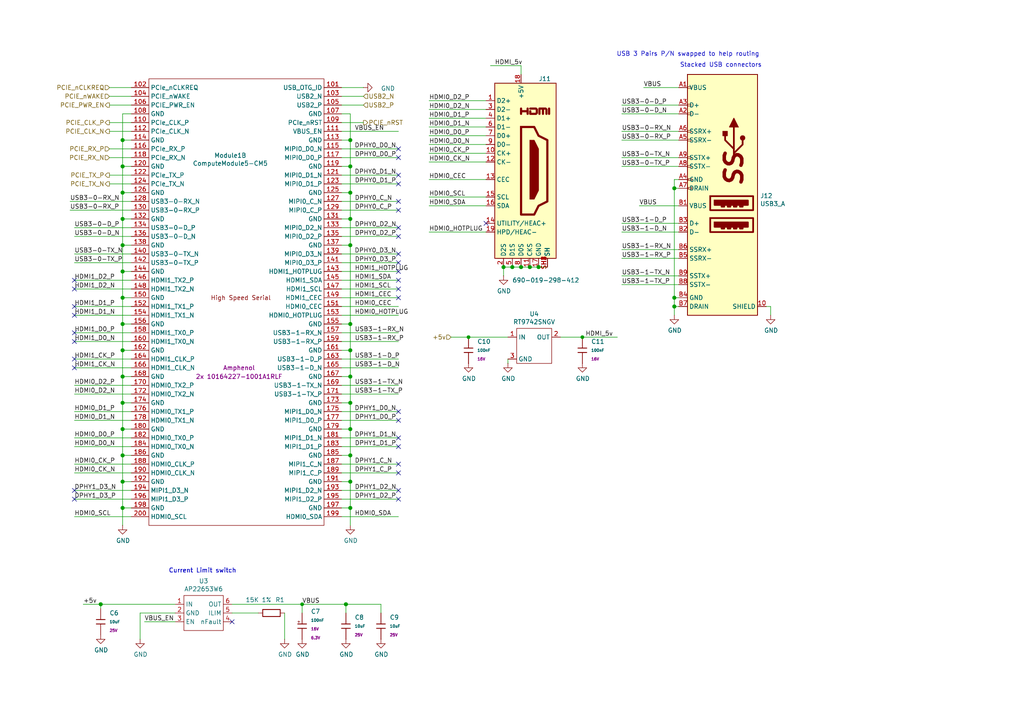
<source format=kicad_sch>
(kicad_sch (version 20250114) (generator "eeschema") (generator_version "9.0")
  (paper "A4")
  (title_block (title "CM5 - Highspeed") (rev "1") (company "Maxwell Stoughton") (comment 1 "mstoughton.org"))
  (text "USB 3 Pairs P/N swapped to help routing" (at 178.816 16.51 0) (effects (font (size 1.27 1.27)) (justify left bottom)))
  (text "Current Limit switch" (at 68.58 166.37 0) (effects (font (size 1.27 1.27)) (justify right bottom)))
  (text "Stacked USB connectors" (at 220.98 19.685 0) (effects (font (size 1.27 1.27)) (justify right bottom)))
  (text "Current Limit switch" (at 68.58 166.37 0) (effects (font (size 1.27 1.27)) (justify right bottom)))
  (junction (at 35.56 147.32) (diameter 1.016))
  (junction (at 35.56 132.08) (diameter 1.016))
  (junction (at 135.89 97.79))
  (junction (at 101.6 132.08) (diameter 1.016))
  (junction (at 35.56 71.12) (diameter 1.016))
  (junction (at 101.6 55.88) (diameter 1.016))
  (junction (at 100.33 175.26) (diameter 1.016))
  (junction (at 195.58 54.61) (diameter 1.016))
  (junction (at 153.67 77.47) (diameter 1.016))
  (junction (at 101.6 147.32) (diameter 1.016))
  (junction (at 35.56 40.64) (diameter 1.016))
  (junction (at 101.6 40.64) (diameter 1.016))
  (junction (at 35.56 55.88) (diameter 1.016))
  (junction (at 101.6 101.6) (diameter 1.016))
  (junction (at 101.6 124.46) (diameter 1.016))
  (junction (at 156.21 77.47) (diameter 1.016))
  (junction (at 35.56 78.74) (diameter 1.016))
  (junction (at 101.6 116.84) (diameter 1.016))
  (junction (at 35.56 48.26) (diameter 1.016))
  (junction (at 101.6 63.5) (diameter 1.016))
  (junction (at 146.05 77.47) (diameter 1.016))
  (junction (at 29.21 175.26) (diameter 1.016))
  (junction (at 101.6 48.26) (diameter 1.016))
  (junction (at 35.56 139.7) (diameter 1.016))
  (junction (at 101.6 139.7) (diameter 1.016))
  (junction (at 101.6 93.98) (diameter 1.016))
  (junction (at 35.56 101.6) (diameter 1.016))
  (junction (at 148.59 77.47) (diameter 1.016))
  (junction (at 195.58 86.36) (diameter 1.016))
  (junction (at 35.56 116.84) (diameter 1.016))
  (junction (at 35.56 86.36) (diameter 1.016))
  (junction (at 101.6 71.12) (diameter 1.016))
  (junction (at 101.6 109.22) (diameter 1.016))
  (junction (at 35.56 63.5) (diameter 1.016))
  (junction (at 151.13 77.47) (diameter 1.016))
  (junction (at 87.63 175.26))
  (junction (at 35.56 93.98) (diameter 1.016))
  (junction (at 195.58 88.9) (diameter 1.016))
  (junction (at 168.91 97.79))
  (junction (at 35.56 124.46) (diameter 1.016))
  (junction (at 35.56 109.22) (diameter 1.016))
  (no_connect (at 115.57 50.8))
  (no_connect (at 115.57 83.82))
  (no_connect (at 21.59 144.78))
  (no_connect (at 21.59 104.14))
  (no_connect (at 115.57 68.58))
  (no_connect (at 67.31 180.34))
  (no_connect (at 21.59 106.68))
  (no_connect (at 115.57 144.78))
  (no_connect (at 115.57 78.74))
  (no_connect (at 140.97 64.77))
  (no_connect (at 115.57 121.92))
  (no_connect (at 115.57 81.28))
  (no_connect (at 21.59 96.52))
  (no_connect (at 115.57 76.2))
  (no_connect (at 115.57 66.04))
  (no_connect (at 115.57 137.16))
  (no_connect (at 115.57 45.72))
  (no_connect (at 21.59 88.9))
  (no_connect (at 115.57 127))
  (no_connect (at 115.57 58.42))
  (no_connect (at 115.57 86.36))
  (no_connect (at 21.59 142.24))
  (no_connect (at 21.59 99.06))
  (no_connect (at 115.57 129.54))
  (no_connect (at 115.57 119.38))
  (no_connect (at 21.59 91.44))
  (no_connect (at 21.59 81.28))
  (no_connect (at 115.57 43.18))
  (no_connect (at 21.59 83.82))
  (no_connect (at 115.57 53.34))
  (no_connect (at 115.57 60.96))
  (no_connect (at 115.57 142.24))
  (no_connect (at 115.57 73.66))
  (no_connect (at 115.57 134.62))
  (wire (pts (xy 180.34 67.31) (xy 196.85 67.31)))
  (wire (pts (xy 99.06 144.78) (xy 115.57 144.78)))
  (wire (pts (xy 21.59 111.76) (xy 38.1 111.76)))
  (wire (pts (xy 21.59 142.24) (xy 38.1 142.24)))
  (wire (pts (xy 148.59 77.47) (xy 151.13 77.47)))
  (wire (pts (xy 105.41 25.4) (xy 99.06 25.4)))
  (wire (pts (xy 24.13 175.26) (xy 29.21 175.26)))
  (wire (pts (xy 99.06 38.1) (xy 115.57 38.1)))
  (wire (pts (xy 35.56 63.5) (xy 35.56 71.12)))
  (wire (pts (xy 35.56 139.7) (xy 35.56 147.32)))
  (wire (pts (xy 196.85 52.07) (xy 195.58 52.07)))
  (wire (pts (xy 67.31 177.8) (xy 74.93 177.8)))
  (wire (pts (xy 35.56 33.02) (xy 35.56 40.64)))
  (wire (pts (xy 35.56 86.36) (xy 35.56 93.98)))
  (wire (pts (xy 124.46 67.31) (xy 140.97 67.31)))
  (wire (pts (xy 21.59 119.38) (xy 38.1 119.38)))
  (wire (pts (xy 35.56 71.12) (xy 35.56 78.74)))
  (wire (pts (xy 35.56 101.6) (xy 35.56 109.22)))
  (wire (pts (xy 101.6 48.26) (xy 101.6 40.64)))
  (wire (pts (xy 99.06 30.48) (xy 105.41 30.48)))
  (wire (pts (xy 35.56 86.36) (xy 38.1 86.36)))
  (wire (pts (xy 35.56 109.22) (xy 35.56 116.84)))
  (wire (pts (xy 35.56 48.26) (xy 35.56 55.88)))
  (wire (pts (xy 35.56 132.08) (xy 38.1 132.08)))
  (wire (pts (xy 101.6 71.12) (xy 101.6 63.5)))
  (wire (pts (xy 130.81 97.79) (xy 135.89 97.79)))
  (wire (pts (xy 124.46 52.07) (xy 140.97 52.07)))
  (wire (pts (xy 99.06 119.38) (xy 115.57 119.38)))
  (wire (pts (xy 153.67 77.47) (xy 156.21 77.47)))
  (wire (pts (xy 31.75 38.1) (xy 38.1 38.1)))
  (wire (pts (xy 35.56 109.22) (xy 38.1 109.22)))
  (wire (pts (xy 38.1 147.32) (xy 35.56 147.32)))
  (wire (pts (xy 99.06 101.6) (xy 101.6 101.6)))
  (wire (pts (xy 35.56 55.88) (xy 35.56 63.5)))
  (wire (pts (xy 21.59 114.3) (xy 38.1 114.3)))
  (wire (pts (xy 124.46 59.69) (xy 140.97 59.69)))
  (wire (pts (xy 31.75 27.94) (xy 38.1 27.94)))
  (wire (pts (xy 180.34 48.26) (xy 196.85 48.26)))
  (wire (pts (xy 99.06 40.64) (xy 101.6 40.64)))
  (wire (pts (xy 21.59 73.66) (xy 38.1 73.66)))
  (wire (pts (xy 21.59 127) (xy 38.1 127)))
  (wire (pts (xy 21.59 66.04) (xy 38.1 66.04)))
  (wire (pts (xy 101.6 124.46) (xy 101.6 132.08)))
  (wire (pts (xy 40.64 177.8) (xy 40.64 185.42)))
  (wire (pts (xy 99.06 149.86) (xy 115.57 149.86)))
  (wire (pts (xy 180.34 74.93) (xy 196.85 74.93)))
  (wire (pts (xy 41.91 180.34) (xy 50.8 180.34)))
  (wire (pts (xy 196.85 54.61) (xy 195.58 54.61)))
  (wire (pts (xy 124.46 41.91) (xy 140.97 41.91)))
  (wire (pts (xy 101.6 116.84) (xy 101.6 124.46)))
  (wire (pts (xy 99.06 86.36) (xy 115.57 86.36)))
  (wire (pts (xy 21.59 129.54) (xy 38.1 129.54)))
  (wire (pts (xy 99.06 78.74) (xy 115.57 78.74)))
  (wire (pts (xy 21.59 76.2) (xy 38.1 76.2)))
  (wire (pts (xy 101.6 147.32) (xy 101.6 152.4)))
  (wire (pts (xy 99.06 50.8) (xy 115.57 50.8)))
  (wire (pts (xy 100.33 177.8) (xy 100.33 175.26)))
  (wire (pts (xy 38.1 43.18) (xy 31.75 43.18)))
  (wire (pts (xy 99.06 76.2) (xy 115.57 76.2)))
  (wire (pts (xy 162.56 97.79) (xy 168.91 97.79)))
  (wire (pts (xy 31.75 30.48) (xy 38.1 30.48)))
  (wire (pts (xy 99.06 132.08) (xy 101.6 132.08)))
  (wire (pts (xy 146.05 77.47) (xy 146.05 80.01)))
  (wire (pts (xy 31.75 53.34) (xy 38.1 53.34)))
  (wire (pts (xy 124.46 39.37) (xy 140.97 39.37)))
  (wire (pts (xy 99.06 88.9) (xy 115.57 88.9)))
  (wire (pts (xy 82.55 177.8) (xy 82.55 185.42)))
  (wire (pts (xy 147.32 104.14) (xy 147.32 105.41)))
  (wire (pts (xy 168.91 97.79) (xy 179.07 97.79)))
  (wire (pts (xy 50.8 177.8) (xy 40.64 177.8)))
  (wire (pts (xy 180.34 33.02) (xy 196.85 33.02)))
  (wire (pts (xy 35.56 63.5) (xy 38.1 63.5)))
  (wire (pts (xy 180.34 40.64) (xy 196.85 40.64)))
  (wire (pts (xy 99.06 48.26) (xy 101.6 48.26)))
  (wire (pts (xy 180.34 72.39) (xy 196.85 72.39)))
  (wire (pts (xy 21.59 99.06) (xy 38.1 99.06)))
  (wire (pts (xy 38.1 45.72) (xy 31.75 45.72)))
  (wire (pts (xy 101.6 93.98) (xy 101.6 101.6)))
  (wire (pts (xy 35.56 116.84) (xy 35.56 124.46)))
  (wire (pts (xy 185.42 59.69) (xy 196.85 59.69)))
  (wire (pts (xy 21.59 83.82) (xy 38.1 83.82)))
  (wire (pts (xy 35.56 40.64) (xy 38.1 40.64)))
  (wire (pts (xy 38.1 139.7) (xy 35.56 139.7)))
  (wire (pts (xy 180.34 38.1) (xy 196.85 38.1)))
  (wire (pts (xy 99.06 73.66) (xy 115.57 73.66)))
  (wire (pts (xy 67.31 175.26) (xy 87.63 175.26)))
  (wire (pts (xy 99.06 45.72) (xy 115.57 45.72)))
  (wire (pts (xy 87.63 175.26) (xy 100.33 175.26)))
  (wire (pts (xy 21.59 134.62) (xy 38.1 134.62)))
  (wire (pts (xy 29.21 175.26) (xy 50.8 175.26)))
  (wire (pts (xy 124.46 36.83) (xy 140.97 36.83)))
  (wire (pts (xy 151.13 77.47) (xy 153.67 77.47)))
  (wire (pts (xy 35.56 124.46) (xy 38.1 124.46)))
  (wire (pts (xy 99.06 68.58) (xy 115.57 68.58)))
  (wire (pts (xy 99.06 55.88) (xy 101.6 55.88)))
  (wire (pts (xy 99.06 58.42) (xy 115.57 58.42)))
  (wire (pts (xy 99.06 116.84) (xy 101.6 116.84)))
  (wire (pts (xy 195.58 88.9) (xy 195.58 91.44)))
  (wire (pts (xy 99.06 93.98) (xy 101.6 93.98)))
  (wire (pts (xy 31.75 35.56) (xy 38.1 35.56)))
  (wire (pts (xy 101.6 139.7) (xy 101.6 147.32)))
  (wire (pts (xy 101.6 55.88) (xy 101.6 48.26)))
  (wire (pts (xy 31.75 25.4) (xy 38.1 25.4)))
  (wire (pts (xy 180.34 80.01) (xy 196.85 80.01)))
  (wire (pts (xy 99.06 134.62) (xy 115.57 134.62)))
  (wire (pts (xy 99.06 91.44) (xy 115.57 91.44)))
  (wire (pts (xy 31.75 50.8) (xy 38.1 50.8)))
  (wire (pts (xy 99.06 66.04) (xy 115.57 66.04)))
  (wire (pts (xy 124.46 29.21) (xy 140.97 29.21)))
  (wire (pts (xy 21.59 88.9) (xy 38.1 88.9)))
  (wire (pts (xy 101.6 109.22) (xy 101.6 116.84)))
  (wire (pts (xy 222.25 88.9) (xy 223.52 88.9)))
  (wire (pts (xy 196.85 86.36) (xy 195.58 86.36)))
  (wire (pts (xy 99.06 43.18) (xy 115.57 43.18)))
  (wire (pts (xy 38.1 106.68) (xy 21.59 106.68)))
  (wire (pts (xy 35.56 93.98) (xy 38.1 93.98)))
  (wire (pts (xy 35.56 116.84) (xy 38.1 116.84)))
  (wire (pts (xy 99.06 63.5) (xy 101.6 63.5)))
  (wire (pts (xy 38.1 33.02) (xy 35.56 33.02)))
  (wire (pts (xy 21.59 144.78) (xy 38.1 144.78)))
  (wire (pts (xy 99.06 142.24) (xy 115.57 142.24)))
  (wire (pts (xy 151.13 19.05) (xy 151.13 21.59)))
  (wire (pts (xy 100.33 175.26) (xy 110.49 175.26)))
  (wire (pts (xy 35.56 71.12) (xy 38.1 71.12)))
  (wire (pts (xy 35.56 124.46) (xy 35.56 132.08)))
  (wire (pts (xy 99.06 60.96) (xy 115.57 60.96)))
  (wire (pts (xy 99.06 127) (xy 115.57 127)))
  (wire (pts (xy 180.34 30.48) (xy 196.85 30.48)))
  (wire (pts (xy 87.63 175.26) (xy 87.63 177.8)))
  (wire (pts (xy 35.56 101.6) (xy 38.1 101.6)))
  (wire (pts (xy 195.58 86.36) (xy 195.58 88.9)))
  (wire (pts (xy 20.32 60.96) (xy 38.1 60.96)))
  (wire (pts (xy 156.21 77.47) (xy 158.75 77.47)))
  (wire (pts (xy 180.34 45.72) (xy 196.85 45.72)))
  (wire (pts (xy 99.06 124.46) (xy 101.6 124.46)))
  (wire (pts (xy 35.56 55.88) (xy 38.1 55.88)))
  (wire (pts (xy 99.06 96.52) (xy 115.57 96.52)))
  (wire (pts (xy 115.57 99.06) (xy 99.06 99.06)))
  (wire (pts (xy 21.59 96.52) (xy 38.1 96.52)))
  (wire (pts (xy 21.59 149.86) (xy 38.1 149.86)))
  (wire (pts (xy 99.06 109.22) (xy 101.6 109.22)))
  (wire (pts (xy 124.46 44.45) (xy 140.97 44.45)))
  (wire (pts (xy 99.06 81.28) (xy 115.57 81.28)))
  (wire (pts (xy 99.06 53.34) (xy 115.57 53.34)))
  (wire (pts (xy 146.05 77.47) (xy 148.59 77.47)))
  (wire (pts (xy 21.59 91.44) (xy 38.1 91.44)))
  (wire (pts (xy 142.24 19.05) (xy 151.13 19.05)))
  (wire (pts (xy 35.56 132.08) (xy 35.56 139.7)))
  (wire (pts (xy 99.06 129.54) (xy 115.57 129.54)))
  (wire (pts (xy 99.06 27.94) (xy 105.41 27.94)))
  (wire (pts (xy 20.32 58.42) (xy 38.1 58.42)))
  (wire (pts (xy 101.6 40.64) (xy 101.6 33.02)))
  (wire (pts (xy 196.85 88.9) (xy 195.58 88.9)))
  (wire (pts (xy 195.58 52.07) (xy 195.58 54.61)))
  (wire (pts (xy 101.6 63.5) (xy 101.6 55.88)))
  (wire (pts (xy 99.06 104.14) (xy 115.57 104.14)))
  (wire (pts (xy 21.59 104.14) (xy 38.1 104.14)))
  (wire (pts (xy 124.46 57.15) (xy 140.97 57.15)))
  (wire (pts (xy 99.06 106.68) (xy 115.57 106.68)))
  (wire (pts (xy 35.56 78.74) (xy 38.1 78.74)))
  (wire (pts (xy 101.6 132.08) (xy 101.6 139.7)))
  (wire (pts (xy 35.56 48.26) (xy 38.1 48.26)))
  (wire (pts (xy 99.06 35.56) (xy 105.41 35.56)))
  (wire (pts (xy 99.06 121.92) (xy 115.57 121.92)))
  (wire (pts (xy 101.6 71.12) (xy 101.6 93.98)))
  (wire (pts (xy 35.56 93.98) (xy 35.56 101.6)))
  (wire (pts (xy 99.06 71.12) (xy 101.6 71.12)))
  (wire (pts (xy 21.59 68.58) (xy 38.1 68.58)))
  (wire (pts (xy 99.06 114.3) (xy 115.57 114.3)))
  (wire (pts (xy 29.21 176.53) (xy 29.21 175.26)))
  (wire (pts (xy 186.69 25.4) (xy 196.85 25.4)))
  (wire (pts (xy 101.6 33.02) (xy 99.06 33.02)))
  (wire (pts (xy 21.59 81.28) (xy 38.1 81.28)))
  (wire (pts (xy 101.6 101.6) (xy 101.6 109.22)))
  (wire (pts (xy 21.59 121.92) (xy 38.1 121.92)))
  (wire (pts (xy 99.06 83.82) (xy 115.57 83.82)))
  (wire (pts (xy 35.56 78.74) (xy 35.56 86.36)))
  (wire (pts (xy 35.56 147.32) (xy 35.56 152.4)))
  (wire (pts (xy 99.06 147.32) (xy 101.6 147.32)))
  (wire (pts (xy 110.49 175.26) (xy 110.49 177.8)))
  (wire (pts (xy 35.56 40.64) (xy 35.56 48.26)))
  (wire (pts (xy 99.06 139.7) (xy 101.6 139.7)))
  (wire (pts (xy 124.46 31.75) (xy 140.97 31.75)))
  (wire (pts (xy 180.34 64.77) (xy 196.85 64.77)))
  (wire (pts (xy 223.52 88.9) (xy 223.52 91.44)))
  (wire (pts (xy 135.89 97.79) (xy 147.32 97.79)))
  (wire (pts (xy 21.59 137.16) (xy 38.1 137.16)))
  (wire (pts (xy 124.46 34.29) (xy 140.97 34.29)))
  (wire (pts (xy 124.46 46.99) (xy 140.97 46.99)))
  (wire (pts (xy 180.34 82.55) (xy 196.85 82.55)))
  (wire (pts (xy 195.58 54.61) (xy 195.58 86.36)))
  (wire (pts (xy 99.06 137.16) (xy 115.57 137.16)))
  (wire (pts (xy 99.06 111.76) (xy 115.57 111.76)))
  (label "HDMI0_D1_N" (at 21.59 121.92 0))
  (label "DPHY1_D3_P" (at 21.59 144.78 0))
  (label "DPHY0_D1_P" (at 114.935 53.34 180))
  (label "USB3-0-TX_N" (at 180.34 45.72 0))
  (label "HDMI1_CEC" (at 102.87 86.36 0))
  (label "HDMI0_CK_N" (at 124.46 46.99 0))
  (label "USB3-1-D_N" (at 102.87 106.68 0))
  (label "USB3-1-D_N" (at 180.34 67.31 0))
  (label "VBUS_EN" (at 102.87 38.1 0))
  (label "HDMI0_D2_N" (at 124.46 31.75 0))
  (label "HDMI0_D1_N" (at 124.46 36.83 0))
  (label "DPHY0_D0_P" (at 114.935 45.72 180))
  (label "HDMI0_D0_P" (at 124.46 39.37 0))
  (label "DPHY1_C_N" (at 102.87 134.62 0))
  (label "USB3-0-RX_P" (at 180.34 40.64 0))
  (label "HDMI1_D1_P" (at 21.59 88.9 0))
  (label "USB3-0-D_N" (at 21.59 68.58 0))
  (label "HDMI0_D2_P" (at 21.59 111.76 0))
  (label "USB3-0-RX_N" (at 180.34 38.1 0))
  (label "DPHY1_D2_N" (at 102.87 142.24 0))
  (label "USB3-0-D_P" (at 180.34 30.48 0))
  (label "USB3-0-TX_N" (at 21.59 73.66 0))
  (label "VBUS_EN" (at 41.91 180.34 0))
  (label "USB3-1-TX_P" (at 102.87 114.3 0))
  (label "+5v" (at 24.13 175.26 0))
  (label "HDMI0_CK_P" (at 21.59 134.62 0))
  (label "USB3-1-RX_P" (at 102.87 99.06 0))
  (label "HDMI1_D0_P" (at 21.59 96.52 0))
  (label "USB3-0-TX_P" (at 21.59 76.2 0))
  (label "DPHY0_D3_P" (at 114.935 76.2 180))
  (label "USB3-0-RX_N" (at 20.32 58.42 0))
  (label "USB3-1-TX_N" (at 102.87 111.76 0))
  (label "HDMI1_D2_N" (at 21.59 83.82 0))
  (label "DPHY0_C_P" (at 102.87 60.96 0))
  (label "DPHY1_C_P" (at 102.87 137.16 0))
  (label "HDMI0_CK_N" (at 21.59 137.16 0))
  (label "HDMI0_CEC" (at 102.87 88.9 0))
  (label "HDMI0_D2_N" (at 21.59 114.3 0))
  (label "HDMI0_D0_N" (at 124.46 41.91 0))
  (label "HDMI1_D0_N" (at 21.59 99.06 0))
  (label "HDMI0_HOTPLUG" (at 124.46 67.31 0))
  (label "USB3-1-RX_P" (at 180.34 74.93 0))
  (label "DPHY1_D1_N" (at 114.935 127 180))
  (label "DPHY0_D2_N" (at 102.87 66.04 0))
  (label "HDMI0_D1_P" (at 21.59 119.38 0))
  (label "DPHY0_D3_N" (at 114.935 73.66 180))
  (label "HDMI0_D0_P" (at 21.59 127 0))
  (label "USB3-1-TX_N" (at 180.34 80.01 0))
  (label "DPHY0_D2_P" (at 102.87 68.58 0))
  (label "HDMI1_D1_N" (at 21.59 91.44 0))
  (label "VBUS" (at 185.42 59.69 0))
  (label "HDMI0_D2_P" (at 124.46 29.21 0))
  (label "DPHY0_D1_N" (at 114.935 50.8 180))
  (label "HDMI1_CK_P" (at 21.59 104.14 0))
  (label "HDMI_5v" (at 177.8 97.79 180))
  (label "USB3-1-RX_N" (at 180.34 72.39 0))
  (label "USB3-1-RX_N" (at 102.87 96.52 0))
  (label "HDMI1_HOTPLUG" (at 102.87 78.74 0))
  (label "VBUS" (at 87.63 175.26 0))
  (label "HDMI1_SCL" (at 102.87 83.82 0))
  (label "USB3-0-D_P" (at 21.59 66.04 0))
  (label "VBUS" (at 186.69 25.4 0))
  (label "HDMI0_SCL" (at 21.59 149.86 0))
  (label "DPHY1_D0_N" (at 114.935 119.38 180))
  (label "DPHY1_D0_P" (at 114.935 121.92 180))
  (label "HDMI0_CK_P" (at 124.46 44.45 0))
  (label "DPHY1_D2_P" (at 102.87 144.78 0))
  (label "USB3-0-RX_P" (at 20.32 60.96 0))
  (label "DPHY1_D1_P" (at 114.935 129.54 180))
  (label "HDMI1_D2_P" (at 21.59 81.28 0))
  (label "HDMI0_HOTPLUG" (at 102.87 91.44 0))
  (label "HDMI0_CEC" (at 124.46 52.07 0))
  (label "DPHY0_D0_N" (at 114.935 43.18 180))
  (label "HDMI0_SDA" (at 124.46 59.69 0))
  (label "HDMI0_D1_P" (at 124.46 34.29 0))
  (label "USB3-1-D_P" (at 180.34 64.77 0))
  (label "USB3-0-D_N" (at 180.34 33.02 0))
  (label "HDMI0_SCL" (at 124.46 57.15 0))
  (label "HDMI0_D0_N" (at 21.59 129.54 0))
  (label "HDMI0_SDA" (at 102.87 149.86 0))
  (label "HDMI_5v" (at 143.51 19.05 0))
  (label "HDMI1_CK_N" (at 21.59 106.68 0))
  (label "DPHY0_C_N" (at 102.87 58.42 0))
  (label "DPHY1_D3_N" (at 21.59 142.24 0))
  (label "USB3-0-TX_P" (at 180.34 48.26 0))
  (label "USB3-1-D_P" (at 102.87 104.14 0))
  (label "USB3-1-TX_P" (at 180.34 82.55 0))
  (label "HDMI1_SDA" (at 102.87 81.28 0))
  (hierarchical_label "PCIE_PWR_EN" (shape output) (at 31.75 30.48 180))
  (hierarchical_label "PCIE_CLK_P" (shape output) (at 31.75 35.56 180))
  (hierarchical_label "USB2_P" (shape input) (at 105.41 30.48 0))
  (hierarchical_label "PCIE_RX_N" (shape input) (at 31.75 45.72 180))
  (hierarchical_label "+5v" (shape input) (at 130.81 97.79 180))
  (hierarchical_label "PCIE_nCLKREQ" (shape input) (at 31.75 25.4 180))
  (hierarchical_label "PCIE_RX_P" (shape input) (at 31.75 43.18 180))
  (hierarchical_label "PCIE_TX_P" (shape output) (at 31.75 50.8 180))
  (hierarchical_label "USB2_N" (shape input) (at 105.41 27.94 0))
  (hierarchical_label "PCIE_nWAKE" (shape input) (at 31.75 27.94 180))
  (hierarchical_label "PCIE_CLK_N" (shape output) (at 31.75 38.1 180))
  (hierarchical_label "PCIE_nRST" (shape output) (at 105.41 35.56 0))
  (hierarchical_label "PCIE_TX_N" (shape output) (at 31.75 53.34 180))
  (symbol (lib_id "power:GND") (at 146.05 80.01 0) (unit 1)
    (property "Reference" "#PWR024" (effects (hide yes)))
    (property "Value" "GND" (at 146.177 84.4042 0))
    (property "Description" "Power symbol creates a global label with name \"GND\" , ground" (effects (hide yes)))
  )
  (symbol (lib_id "power:GND") (at 101.6 152.4 0) (unit 1)
    (property "Reference" "#PWR020" (effects (hide yes)))
    (property "Value" "GND" (at 101.727 156.7942 0))
    (property "Description" "Power symbol creates a global label with name \"GND\" , ground" (effects (hide yes)))
  )
  (symbol (lib_id "power:GND") (at 35.56 152.4 0) (unit 1)
    (property "Reference" "#PWR015" (effects (hide yes)))
    (property "Value" "GND" (at 35.687 156.7942 0))
    (property "Description" "Power symbol creates a global label with name \"GND\" , ground" (effects (hide yes)))
  )
  (symbol (lib_id "CM5IO:HDMI_A_1.4") (at 151.13 49.53 0) (unit 1)
    (property "Reference" "J11" (at 156.21 22.86 0) (effects (justify left)))
    (property "Value" "690-019-298-412" (at 148.59 81.28 0) (effects (justify left)))
    (property "Footprint" "CM5IO:EDAC 690-019-298-412" (effects (hide yes)))
    (property "Datasheet" "https://www.tme.eu/Document/f15dffbcfad8545e17826f72d36911c8/206A-SEAN-R03.pdf" (effects (hide yes)))
    (property "Field4" "Farnell" (effects (hide yes)))
    (property "Field5" "2614936" (effects (hide yes)))
    (property "Field6" "690-019-298-412" (effects (hide yes)))
    (property "Field7" "EDAC" (effects (hide yes)))
    (property "Part Description" "HDMI Connector, Right Angle, 19 Contacts, Receptacle, Surface Mount, Surface Mount Right Angle" (effects (hide yes)))
    (property "Field8" "UCON00802" (effects (hide yes)))
  )
  (symbol (lib_id "CM5IO:RT9742SNGV") (at 152.4 101.6 0) (unit 1)
    (property "Reference" "U4" (at 154.94 91.059 0))
    (property "Value" "RT9742SNGV" (at 154.94 93.3704 0))
    (property "Footprint" "Package_TO_SOT_SMD:TSOT-23_HandSoldering" (effects (hide yes)))
    (property "Datasheet" "https://www.richtek.com/assets/product_file/RT9742/DS9742-10.pdf" (effects (hide yes)))
    (property "Field4" "Farnell" (effects (hide yes)))
    (property "Field5" "2575555" (effects (hide yes)))
    (property "Field6" "RT9742SNGV" (effects (hide yes)))
    (property "Field7" "RichTek" (effects (hide yes)))
    (property "Part Description" "Power Switch/Driver 1:1 N-Channel 500mA SOT-23-3" (effects (hide yes)))
    (property "Field8" "USWI00155" (effects (hide yes)))
  )
  (symbol (lib_id "power:GND") (at 168.91 105.41 0) (unit 1)
    (property "Reference" "#PWR026" (effects (hide yes)))
    (property "Value" "GND" (at 169.037 109.8042 0))
    (property "Description" "Power symbol creates a global label with name \"GND\" , ground" (effects (hide yes)))
  )
  (symbol (lib_id "power:GND") (at 135.89 105.41 0) (unit 1)
    (property "Reference" "#PWR023" (effects (hide yes)))
    (property "Value" "GND" (at 136.017 109.8042 0))
    (property "Description" "Power symbol creates a global label with name \"GND\" , ground" (effects (hide yes)))
  )
  (symbol (lib_id "power:GND") (at 147.32 105.41 0) (unit 1)
    (property "Reference" "#PWR025" (effects (hide yes)))
    (property "Value" "GND" (at 147.447 109.8042 0))
    (property "Description" "Power symbol creates a global label with name \"GND\" , ground" (effects (hide yes)))
  )
  (symbol (lib_id "CM5IO:ComputeModule5-CM5") (at -71.12 86.36 0) (unit 2)
    (property "Reference" "Module1" (at 66.802 45.085 0))
    (property "Value" "ComputeModule5-CM5" (at 66.802 47.3964 0))
    (property "Footprint" "CM5IO:Raspberry-Pi-5-Compute-Module" (effects (hide yes)))
    (property "Description" "RaspberryPi Compute module 5" (effects (hide yes)))
    (property "Field4" "Amphenol" (at 69.342 106.68 0))
    (property "Field5" "2x 10164227-1001A1RLF" (at 69.342 109.22 0))
    (property "Field6" "2x 10164227-1001A1RLF" (effects (hide yes)))
    (property "Field7" "Hirose" (effects (hide yes)))
    (property "Part Description" "	100 Position Connector Receptacle, Center Strip Contacts Surface Mount Gold" (effects (hide yes)))
  )
  (symbol (lib_id "PCM_JLCPCB-Capacitors:CASE-B-3528-21(mm),100uF") (at 87.63 181.61 0) (unit 1)
    (property "Reference" "C7" (at 90.17 177.3554 0) (effects (justify left)))
    (property "Value" "100nF" (at 90.17 179.8955 0) (effects (font (size 0.8 0.8)) (justify left)))
    (property "Footprint" "PCM_JLCPCB:C_CASE-B-3528-21(mm)" (effects (hide yes)))
    (property "Datasheet" "https://www.lcsc.com/datasheet/lcsc_datasheet_2111161030_Kyocera-AVX-TAJB107K006RNJ_C16133.pdf" (effects (hide yes)))
    (property "Description" "100uF 6.3V 1.7Ω@100kHz ±10% CASE-B-3528-21(mm) Tantalum Capacitors ROHS" (effects (hide yes)))
    (property "LCSC" "C16133" (effects (hide yes)))
    (property "Stock" "293777" (effects (hide yes)))
    (property "Price" "0.161USD" (effects (hide yes)))
    (property "Process" "SMT" (effects (hide yes)))
    (property "Minimum Qty" "5" (effects (hide yes)))
    (property "Attrition Qty" "2" (effects (hide yes)))
    (property "Class" "Basic Component" (effects (hide yes)))
    (property "Category" "Capacitors,Tantalum Capacitors" (effects (hide yes)))
    (property "Manufacturer" "AVX" (effects (hide yes)))
    (property "Part" "TAJB107K006RNJ" (effects (hide yes)))
    (property "Voltage Rated" "16V" (at 90.17 182.4355 0) (effects (font (size 0.8 0.8)) (justify left)))
    (property "Tolerance" "±10%" (effects (hide yes)))
    (property "Capacitance" "100uF" (effects (hide yes)))
    (property "Temperature Coefficient" "X7R" (effects (hide yes)))
    (property "Operating Temperature" "-55°C~+125°C" (effects (hide yes)))
    (property "Equivalent Series Resistance(ESR)" "1.7Ω@100kHz" (effects (hide yes)))
    (property "Rated Voltage" "6.3V" (at 90.17 184.9755 0) (effects (font (size 0.8 0.8)) (justify left)))
  )
  (symbol (lib_id "PCM_JLCPCB-Capacitors:0805,10uF") (at 110.49 181.61 0) (unit 1)
    (property "Reference" "C9" (at 113.03 179.0699 0) (effects (justify left)))
    (property "Value" "10uF" (at 113.03 181.61 0) (effects (font (size 0.8 0.8)) (justify left)))
    (property "Footprint" "PCM_JLCPCB:C_0805" (effects (hide yes)))
    (property "Datasheet" "https://www.lcsc.com/datasheet/lcsc_datasheet_2304140030_Samsung-Electro-Mechanics-CL21A106KAYNNNE_C15850.pdf" (effects (hide yes)))
    (property "Description" "25V 10uF X5R ±10% 0805 Multilayer Ceramic Capacitors MLCC - SMD/SMT ROHS" (effects (hide yes)))
    (property "LCSC" "C15850" (effects (hide yes)))
    (property "Stock" "6572470" (effects (hide yes)))
    (property "Price" "0.013USD" (effects (hide yes)))
    (property "Process" "SMT" (effects (hide yes)))
    (property "Minimum Qty" "20" (effects (hide yes)))
    (property "Attrition Qty" "10" (effects (hide yes)))
    (property "Class" "Basic Component" (effects (hide yes)))
    (property "Category" "Capacitors,Multilayer Ceramic Capacitors MLCC - SMD/SMT" (effects (hide yes)))
    (property "Manufacturer" "Samsung Electro-Mechanics" (effects (hide yes)))
    (property "Part" "CL21A106KAYNNNE" (effects (hide yes)))
    (property "Voltage Rated" "25V" (at 113.03 184.15 0) (effects (font (size 0.8 0.8)) (justify left)))
    (property "Tolerance" "±10%" (effects (hide yes)))
    (property "Capacitance" "10uF" (effects (hide yes)))
    (property "Temperature Coefficient" "X5R" (effects (hide yes)))
  )
  (symbol (lib_id "power:GND") (at 29.21 184.15 0) (unit 1)
    (property "Reference" "#PWR014" (effects (hide yes)))
    (property "Value" "GND" (at 29.337 188.5442 0))
    (property "Description" "Power symbol creates a global label with name \"GND\" , ground" (effects (hide yes)))
  )
  (symbol (lib_id "PCM_JLCPCB-Capacitors:0402,100nF") (at 135.89 101.6 0) (unit 1)
    (property "Reference" "C10" (at 138.43 99.0599 0) (effects (justify left)))
    (property "Value" "100nF" (at 138.43 101.6 0) (effects (font (size 0.8 0.8)) (justify left)))
    (property "Footprint" "PCM_JLCPCB:C_0402" (effects (hide yes)))
    (property "Datasheet" "https://www.lcsc.com/datasheet/lcsc_datasheet_2304140030_Samsung-Electro-Mechanics-CL05B104KO5NNNC_C1525.pdf" (effects (hide yes)))
    (property "Description" "16V 100nF X7R ±10% 0402 Multilayer Ceramic Capacitors MLCC - SMD/SMT ROHS" (effects (hide yes)))
    (property "LCSC" "C1525" (effects (hide yes)))
    (property "Stock" "17143248" (effects (hide yes)))
    (property "Price" "0.004USD" (effects (hide yes)))
    (property "Process" "SMT" (effects (hide yes)))
    (property "Minimum Qty" "20" (effects (hide yes)))
    (property "Attrition Qty" "10" (effects (hide yes)))
    (property "Class" "Basic Component" (effects (hide yes)))
    (property "Category" "Capacitors,Multilayer Ceramic Capacitors MLCC - SMD/SMT" (effects (hide yes)))
    (property "Manufacturer" "Samsung Electro-Mechanics" (effects (hide yes)))
    (property "Part" "CL05B104KO5NNNC" (effects (hide yes)))
    (property "Voltage Rated" "16V" (at 138.43 104.14 0) (effects (font (size 0.8 0.8)) (justify left)))
    (property "Tolerance" "±10%" (effects (hide yes)))
    (property "Capacitance" "100nF" (effects (hide yes)))
    (property "Temperature Coefficient" "X7R" (effects (hide yes)))
  )
  (symbol (lib_id "PCM_JLCPCB-Capacitors:0805,10uF") (at 100.33 181.61 0) (unit 1)
    (property "Reference" "C8" (at 102.87 179.0699 0) (effects (justify left)))
    (property "Value" "10uF" (at 102.87 181.61 0) (effects (font (size 0.8 0.8)) (justify left)))
    (property "Footprint" "PCM_JLCPCB:C_0805" (effects (hide yes)))
    (property "Datasheet" "https://www.lcsc.com/datasheet/lcsc_datasheet_2304140030_Samsung-Electro-Mechanics-CL21A106KAYNNNE_C15850.pdf" (effects (hide yes)))
    (property "Description" "25V 10uF X5R ±10% 0805 Multilayer Ceramic Capacitors MLCC - SMD/SMT ROHS" (effects (hide yes)))
    (property "LCSC" "C15850" (effects (hide yes)))
    (property "Stock" "6572470" (effects (hide yes)))
    (property "Price" "0.013USD" (effects (hide yes)))
    (property "Process" "SMT" (effects (hide yes)))
    (property "Minimum Qty" "20" (effects (hide yes)))
    (property "Attrition Qty" "10" (effects (hide yes)))
    (property "Class" "Basic Component" (effects (hide yes)))
    (property "Category" "Capacitors,Multilayer Ceramic Capacitors MLCC - SMD/SMT" (effects (hide yes)))
    (property "Manufacturer" "Samsung Electro-Mechanics" (effects (hide yes)))
    (property "Part" "CL21A106KAYNNNE" (effects (hide yes)))
    (property "Voltage Rated" "25V" (at 102.87 184.15 0) (effects (font (size 0.8 0.8)) (justify left)))
    (property "Tolerance" "±10%" (effects (hide yes)))
    (property "Capacitance" "10uF" (effects (hide yes)))
    (property "Temperature Coefficient" "X5R" (effects (hide yes)))
  )
  (symbol (lib_id "power:GND") (at 195.58 91.44 0) (unit 1)
    (property "Reference" "#PWR027" (effects (hide yes)))
    (property "Value" "GND" (at 195.707 95.8342 0))
    (property "Description" "Power symbol creates a global label with name \"GND\" , ground" (effects (hide yes)))
  )
  (symbol (lib_id "PCM_JLCPCB-Capacitors:0402,100nF") (at 168.91 101.6 0) (unit 1)
    (property "Reference" "C11" (at 171.45 99.0599 0) (effects (justify left)))
    (property "Value" "100nF" (at 171.45 101.6 0) (effects (font (size 0.8 0.8)) (justify left)))
    (property "Footprint" "PCM_JLCPCB:C_0402" (effects (hide yes)))
    (property "Datasheet" "https://www.lcsc.com/datasheet/lcsc_datasheet_2304140030_Samsung-Electro-Mechanics-CL05B104KO5NNNC_C1525.pdf" (effects (hide yes)))
    (property "Description" "16V 100nF X7R ±10% 0402 Multilayer Ceramic Capacitors MLCC - SMD/SMT ROHS" (effects (hide yes)))
    (property "LCSC" "C1525" (effects (hide yes)))
    (property "Stock" "17143248" (effects (hide yes)))
    (property "Price" "0.004USD" (effects (hide yes)))
    (property "Process" "SMT" (effects (hide yes)))
    (property "Minimum Qty" "20" (effects (hide yes)))
    (property "Attrition Qty" "10" (effects (hide yes)))
    (property "Class" "Basic Component" (effects (hide yes)))
    (property "Category" "Capacitors,Multilayer Ceramic Capacitors MLCC - SMD/SMT" (effects (hide yes)))
    (property "Manufacturer" "Samsung Electro-Mechanics" (effects (hide yes)))
    (property "Part" "CL05B104KO5NNNC" (effects (hide yes)))
    (property "Voltage Rated" "16V" (at 171.45 104.14 0) (effects (font (size 0.8 0.8)) (justify left)))
    (property "Tolerance" "±10%" (effects (hide yes)))
    (property "Capacitance" "100nF" (effects (hide yes)))
    (property "Temperature Coefficient" "X7R" (effects (hide yes)))
  )
  (symbol (lib_id "power:GND") (at 87.63 185.42 0) (unit 1)
    (property "Reference" "#PWR018" (effects (hide yes)))
    (property "Value" "GND" (at 87.757 189.8142 0))
    (property "Description" "Power symbol creates a global label with name \"GND\" , ground" (effects (hide yes)))
  )
  (symbol (lib_id "Device:R") (at 78.74 177.8 90) (unit 1)
    (property "Reference" "R1" (at 82.55 173.99 90) (effects (justify left)))
    (property "Value" "15K 1%" (at 78.74 173.99 90) (effects (justify left)))
    (property "Footprint" "Resistor_SMD:R_0402_1005Metric" (effects (hide yes)))
    (property "Datasheet" "https://fscdn.rohm.com/en/products/databook/datasheet/passive/resistor/chip_resistor/mcr-e.pdf" (effects (hide yes)))
    (property "Field4" "Farnell" (effects (hide yes)))
    (property "Field5" "9239375" (effects (hide yes)))
    (property "Field6" "MCR01MZPF1502" (effects (hide yes)))
    (property "Field7" "Rohm" (effects (hide yes)))
    (property "Part Description" "Resistor 15K M1005 1% 63mW" (effects (hide yes)))
    (property "Field8" "120891581" (effects (hide yes)))
  )
  (symbol (lib_id "power:GND") (at 110.49 185.42 0) (unit 1)
    (property "Reference" "#PWR022" (effects (hide yes)))
    (property "Value" "GND" (at 110.617 189.8142 0))
    (property "Description" "Power symbol creates a global label with name \"GND\" , ground" (effects (hide yes)))
  )
  (symbol (lib_id "power:GND") (at 82.55 185.42 0) (unit 1)
    (property "Reference" "#PWR017" (effects (hide yes)))
    (property "Value" "GND" (at 82.677 189.8142 0))
    (property "Description" "Power symbol creates a global label with name \"GND\" , ground" (effects (hide yes)))
  )
  (symbol (lib_id "power:GND") (at 105.41 25.4 90) (unit 1)
    (property "Reference" "#PWR021" (effects (hide yes)))
    (property "Value" "GND" (at 112.522 25.654 90))
    (property "Description" "Power symbol creates a global label with name \"GND\" , ground" (effects (hide yes)))
  )
  (symbol (lib_id "CM5IO:AP2553W6") (at 59.69 177.8 0) (unit 1)
    (property "Reference" "U3" (at 59.055 168.529 0))
    (property "Value" "AP22653W6" (at 59.055 170.8404 0))
    (property "Footprint" "Package_TO_SOT_SMD:SOT-23-6" (effects (hide yes)))
    (property "Datasheet" "https://www.diodes.com/assets/Datasheets/AP255x.pdf" (effects (hide yes)))
    (property "Field4" "Digikey" (effects (hide yes)))
    (property "Field5" "	31-AP22653W6-7CT-ND" (effects (hide yes)))
    (property "Field6" "AP22653W6" (effects (hide yes)))
    (property "Field7" "Diodes" (effects (hide yes)))
    (property "Part Description" "	Power Switch/Driver 1:1 P-Channel 2.1A SOT-23-6" (effects (hide yes)))
  )
  (symbol (lib_id "CM5IO:USB3_A") (at 208.28 52.07 0) (unit 1)
    (property "Reference" "J12" (at 220.472 56.7944 0) (effects (justify left)))
    (property "Value" "USB3_A" (at 220.472 59.1058 0) (effects (justify left)))
    (property "Footprint" "CM5IO:MTCONN_UBAF30-D2011" (effects (hide yes)))
    (property "Field6" "UBAF30-D2011" (effects (hide yes)))
    (property "Field7" "Mtconn" (effects (hide yes)))
    (property "Field5" "UBAF30-D2011" (effects (hide yes)))
    (property "Part Description" "Dual USB 3 connector" (effects (hide yes)))
  )
  (symbol (lib_id "power:GND") (at 40.64 185.42 0) (unit 1)
    (property "Reference" "#PWR016" (effects (hide yes)))
    (property "Value" "GND" (at 40.767 189.8142 0))
    (property "Description" "Power symbol creates a global label with name \"GND\" , ground" (effects (hide yes)))
  )
  (symbol (lib_id "power:GND") (at 223.52 91.44 0) (unit 1)
    (property "Reference" "#PWR028" (effects (hide yes)))
    (property "Value" "GND" (at 223.647 95.8342 0))
    (property "Description" "Power symbol creates a global label with name \"GND\" , ground" (effects (hide yes)))
  )
  (symbol (lib_id "power:GND") (at 100.33 185.42 0) (unit 1)
    (property "Reference" "#PWR019" (effects (hide yes)))
    (property "Value" "GND" (at 100.457 189.8142 0))
    (property "Description" "Power symbol creates a global label with name \"GND\" , ground" (effects (hide yes)))
  )
  (symbol (lib_id "PCM_JLCPCB-Capacitors:0805,10uF") (at 29.21 180.34 0) (unit 1)
    (property "Reference" "C6" (at 31.75 177.7999 0) (effects (justify left)))
    (property "Value" "10uF" (at 31.75 180.34 0) (effects (font (size 0.8 0.8)) (justify left)))
    (property "Footprint" "PCM_JLCPCB:C_0805" (effects (hide yes)))
    (property "Datasheet" "https://www.lcsc.com/datasheet/lcsc_datasheet_2304140030_Samsung-Electro-Mechanics-CL21A106KAYNNNE_C15850.pdf" (effects (hide yes)))
    (property "Description" "25V 10uF X5R ±10% 0805 Multilayer Ceramic Capacitors MLCC - SMD/SMT ROHS" (effects (hide yes)))
    (property "LCSC" "C15850" (effects (hide yes)))
    (property "Stock" "6572470" (effects (hide yes)))
    (property "Price" "0.013USD" (effects (hide yes)))
    (property "Process" "SMT" (effects (hide yes)))
    (property "Minimum Qty" "20" (effects (hide yes)))
    (property "Attrition Qty" "10" (effects (hide yes)))
    (property "Class" "Basic Component" (effects (hide yes)))
    (property "Category" "Capacitors,Multilayer Ceramic Capacitors MLCC - SMD/SMT" (effects (hide yes)))
    (property "Manufacturer" "Samsung Electro-Mechanics" (effects (hide yes)))
    (property "Part" "CL21A106KAYNNNE" (effects (hide yes)))
    (property "Voltage Rated" "25V" (at 31.75 182.88 0) (effects (font (size 0.8 0.8)) (justify left)))
    (property "Tolerance" "±10%" (effects (hide yes)))
    (property "Capacitance" "10uF" (effects (hide yes)))
    (property "Temperature Coefficient" "X5R" (effects (hide yes)))
  )
)
</source>
